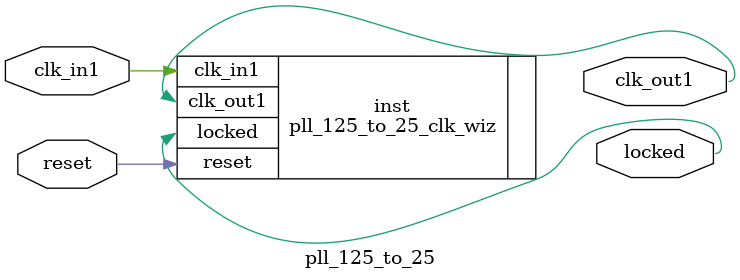
<source format=v>


`timescale 1ps/1ps

(* CORE_GENERATION_INFO = "pll_125_to_25,clk_wiz_v5_3_0,{component_name=pll_125_to_25,use_phase_alignment=true,use_min_o_jitter=false,use_max_i_jitter=false,use_dyn_phase_shift=false,use_inclk_switchover=false,use_dyn_reconfig=false,enable_axi=0,feedback_source=FDBK_AUTO,PRIMITIVE=PLL,num_out_clk=1,clkin1_period=8.0,clkin2_period=10.0,use_power_down=false,use_reset=true,use_locked=true,use_inclk_stopped=false,feedback_type=SINGLE,CLOCK_MGR_TYPE=NA,manual_override=false}" *)

module pll_125_to_25 
 (
 // Clock in ports
  input         clk_in1,
  // Clock out ports
  output        clk_out1,
  // Status and control signals
  input         reset,
  output        locked
 );

  pll_125_to_25_clk_wiz inst
  (
 // Clock in ports
  .clk_in1(clk_in1),
  // Clock out ports  
  .clk_out1(clk_out1),
  // Status and control signals               
  .reset(reset), 
  .locked(locked)            
  );

endmodule

</source>
